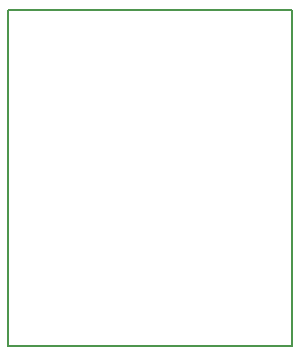
<source format=gm1>
G04 #@! TF.FileFunction,Profile,NP*
%FSLAX46Y46*%
G04 Gerber Fmt 4.6, Leading zero omitted, Abs format (unit mm)*
G04 Created by KiCad (PCBNEW 4.0.4-stable) date 10/29/16 22:30:41*
%MOMM*%
%LPD*%
G01*
G04 APERTURE LIST*
%ADD10C,0.100000*%
%ADD11C,0.200000*%
G04 APERTURE END LIST*
D10*
D11*
X138500000Y-111550000D02*
X138500000Y-83050000D01*
X162500000Y-111550000D02*
X138500000Y-111550000D01*
X162500000Y-83050000D02*
X162500000Y-111550000D01*
X138500000Y-83050000D02*
X162500000Y-83050000D01*
M02*

</source>
